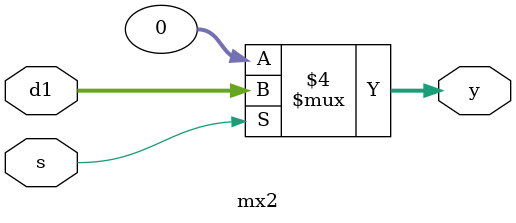
<source format=v>
module mx2(d1, s, y); // 두개의 입력을 s의 값에 따라 조건적으로 출력해주는 mux 모듈 

input [31:0] d1;
input s;
output reg [31:0] y;

always@(s, d1)
begin
	if (s == 0)
		y <= 32'h00000000;
	else
		y<= d1;
end
endmodule


</source>
